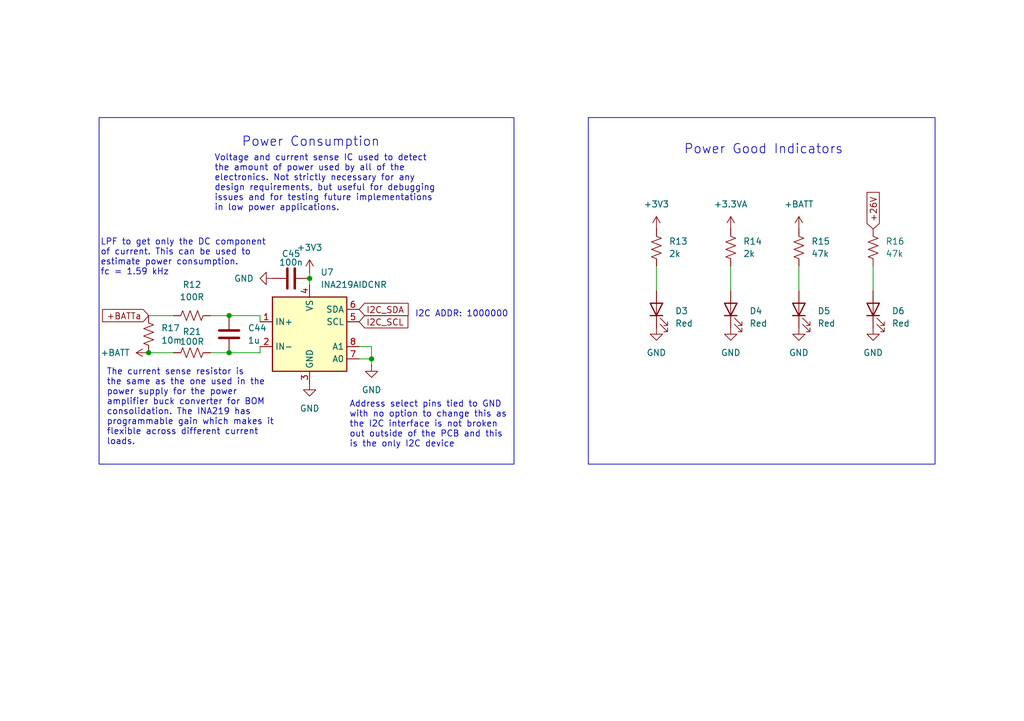
<source format=kicad_sch>
(kicad_sch (version 20231120) (generator "eeschema") (generator_version "8.0")
  (paper "A5")
  (title_block (title "EV") (date "2025-01-17") (rev "1.3") (company "Power Monitoring"))
  (lib_symbols
    (symbol "UAM_symbols:C" (pin_numbers hide) (pin_names (offset 0.254))
      (property "Reference" "C" (at 0.635 2.54 0))
      (property "Value" "C" (at 0.635 -2.54 0))
      (symbol "C_0_1"
        (polyline (pts (xy -2.032 -0.762) (xy 2.032 -0.762)) (stroke (width 0.508)))
        (polyline (pts (xy -2.032 0.762) (xy 2.032 0.762)) (stroke (width 0.508)))
      )
      (symbol "C_1_1"
        (pin passive line (at 0 3.81 270) (length 2.794) (name "~") (number "1"))
        (pin passive line (at 0 -3.81 90) (length 2.794) (name "~") (number "2"))
      )
    )
    (symbol "UAM_symbols:INA219AxDCN"
      (property "Reference" "U" (at -6.35 8.89 0))
      (property "Value" "INA219AxDCN" (at 6.35 8.89 0))
      (symbol "INA219AxDCN_0_1"
        (rectangle (start -7.62 7.62) (end 7.62 -7.62) (stroke (width 0.254)) (fill (type background)))
      )
      (symbol "INA219AxDCN_1_1"
        (pin input line (at -10.16 2.54 0) (length 2.54) (name "IN+") (number "1"))
        (pin input line (at -10.16 -2.54 0) (length 2.54) (name "IN-") (number "2"))
        (pin power_in line (at 0 -10.16 90) (length 2.54) (name "GND") (number "3"))
        (pin power_in line (at 0 10.16 270) (length 2.54) (name "VS") (number "4"))
        (pin input line (at 10.16 2.54 180) (length 2.54) (name "SCL") (number "5"))
        (pin bidirectional line (at 10.16 5.08 180) (length 2.54) (name "SDA") (number "6"))
        (pin input line (at 10.16 -5.08 180) (length 2.54) (name "A0") (number "7"))
        (pin input line (at 10.16 -2.54 180) (length 2.54) (name "A1") (number "8"))
      )
    )
    (symbol "UAM_symbols:LED" (pin_numbers hide) (pin_names (offset 1.016) hide)
      (property "Reference" "D" (at 0 2.54 0))
      (property "Value" "LED" (at 0 -2.54 0))
      (symbol "LED_0_1"
        (polyline (pts (xy -1.27 -1.27) (xy -1.27 1.27)) (stroke (width 0.254)))
        (polyline (pts (xy -1.27 0) (xy 1.27 0)))
        (polyline (pts (xy 1.27 -1.27) (xy 1.27 1.27) (xy -1.27 0) (xy 1.27 -1.27)) (stroke (width 0.254)))
        (polyline (pts (xy -3.048 -0.762) (xy -4.572 -2.286) (xy -3.81 -2.286) (xy -4.572 -2.286) (xy -4.572 -1.524)))
        (polyline (pts (xy -1.778 -0.762) (xy -3.302 -2.286) (xy -2.54 -2.286) (xy -3.302 -2.286) (xy -3.302 -1.524)))
      )
      (symbol "LED_1_1"
        (pin passive line (at -3.81 0 0) (length 2.54) (name "K") (number "1"))
        (pin passive line (at 3.81 0 180) (length 2.54) (name "A") (number "2"))
      )
    )
    (symbol "UAM_symbols:R_US" (pin_numbers hide) (pin_names (offset 0))
      (property "Reference" "R" (at 2.54 0 90))
      (property "Value" "R_US" (at -2.54 0 90))
      (symbol "R_US_0_1"
        (polyline (pts (xy 0 -2.286) (xy 0 -2.54)))
        (polyline (pts (xy 0 2.286) (xy 0 2.54)))
        (polyline (pts (xy 0 -0.762) (xy 1.016 -1.143) (xy 0 -1.524) (xy -1.016 -1.905) (xy 0 -2.286)))
        (polyline (pts (xy 0 0.762) (xy 1.016 0.381) (xy 0 0) (xy -1.016 -0.381) (xy 0 -0.762)))
        (polyline (pts (xy 0 2.286) (xy 1.016 1.905) (xy 0 1.524) (xy -1.016 1.143) (xy 0 0.762)))
      )
      (symbol "R_US_1_1"
        (pin passive line (at 0 3.81 270) (length 1.27) (name "~") (number "1"))
        (pin passive line (at 0 -3.81 90) (length 1.27) (name "~") (number "2"))
      )
    )
    (symbol "power:+3.3VA" (power) (pin_numbers hide) (pin_names (offset 0) hide)
      (property "Value" "+3.3VA" (at 0 3.556 0))
      (symbol "+3.3VA_0_1"
        (polyline (pts (xy -0.762 1.27) (xy 0 2.54)))
        (polyline (pts (xy 0 0) (xy 0 2.54)))
        (polyline (pts (xy 0 2.54) (xy 0.762 1.27)))
      )
      (symbol "+3.3VA_1_1"
        (pin power_in line (at 0 0 90) (length 0) (name "~") (number "1"))
      )
    )
    (symbol "power:+3V3" (power) (pin_numbers hide) (pin_names (offset 0) hide)
      (property "Value" "+3V3" (at 0 3.556 0))
      (symbol "+3V3_0_1"
        (polyline (pts (xy -0.762 1.27) (xy 0 2.54)))
        (polyline (pts (xy 0 0) (xy 0 2.54)))
        (polyline (pts (xy 0 2.54) (xy 0.762 1.27)))
      )
      (symbol "+3V3_1_1"
        (pin power_in line (at 0 0 90) (length 0) (name "~") (number "1"))
      )
    )
    (symbol "power:+BATT" (power) (pin_numbers hide) (pin_names (offset 0) hide)
      (property "Value" "+BATT" (at 0 3.556 0))
      (symbol "+BATT_0_1"
        (polyline (pts (xy -0.762 1.27) (xy 0 2.54)))
        (polyline (pts (xy 0 0) (xy 0 2.54)))
        (polyline (pts (xy 0 2.54) (xy 0.762 1.27)))
      )
      (symbol "+BATT_1_1"
        (pin power_in line (at 0 0 90) (length 0) (name "~") (number "1"))
      )
    )
    (symbol "power:GND" (power) (pin_numbers hide) (pin_names (offset 0) hide)
      (property "Value" "GND" (at 0 -3.81 0))
      (symbol "GND_0_1"
        (polyline (pts (xy 0 0) (xy 0 -1.27) (xy 1.27 -1.27) (xy 0 -2.54) (xy -1.27 -1.27) (xy 0 -1.27)))
      )
      (symbol "GND_1_1"
        (pin power_in line (at 0 0 270) (length 0) (name "~") (number "1"))
      )
    )
  )
  (junction (at 30.48 72.39))
  (junction (at 46.99 72.39))
  (junction (at 63.5 57.15))
  (junction (at 46.99 64.77))
  (junction (at 76.2 73.66))
  (wire (pts (xy 76.2 73.66) (xy 76.2 74.93)))
  (wire (pts (xy 30.48 64.77) (xy 35.56 64.77)))
  (wire (pts (xy 46.99 72.39) (xy 53.34 72.39)))
  (wire (pts (xy 73.66 71.12) (xy 76.2 71.12)))
  (wire (pts (xy 46.99 64.77) (xy 53.34 64.77)))
  (wire (pts (xy 163.83 54.61) (xy 163.83 59.69)))
  (wire (pts (xy 53.34 66.04) (xy 53.34 64.77)))
  (wire (pts (xy 53.34 72.39) (xy 53.34 71.12)))
  (wire (pts (xy 73.66 73.66) (xy 76.2 73.66)))
  (wire (pts (xy 179.07 54.61) (xy 179.07 59.69)))
  (wire (pts (xy 134.62 54.61) (xy 134.62 59.69)))
  (wire (pts (xy 63.5 57.15) (xy 63.5 58.42)))
  (wire (pts (xy 149.86 54.61) (xy 149.86 59.69)))
  (wire (pts (xy 63.5 55.88) (xy 63.5 57.15)))
  (wire (pts (xy 76.2 71.12) (xy 76.2 73.66)))
  (wire (pts (xy 30.48 72.39) (xy 35.56 72.39)))
  (wire (pts (xy 43.18 72.39) (xy 46.99 72.39)))
  (wire (pts (xy 43.18 64.77) (xy 46.99 64.77)))
  (rectangle (start 120.65 24.13) (end 191.77 95.25))
  (rectangle (start 20.32 24.13) (end 105.41 95.25))
  (text "Power Consumption" (at 49.53 29.21 0) (effects (font (size 1.905 1.905)) (justify left)))
  (text "I2C ADDR: 1000000" (at 85.09 64.516 0) (effects (font (size 1.27 1.27)) (justify left)))
  (text "Address select pins tied to GND\nwith no option to change this as\nthe I2C interface is not broken\nout outside of the PCB and this\nis the only I2C device" (at 71.628 87.122 0) (effects (font (size 1.27 1.27)) (justify left)))
  (text "Voltage and current sense IC used to detect\nthe amount of power used by all of the\nelectronics. Not strictly necessary for any\ndesign requirements, but useful for debugging\nissues and for testing future implementations\nin low power applications." (at 43.942 37.592 0) (effects (font (size 1.27 1.27)) (justify left)))
  (text "LPF to get only the DC component \nof current. This can be used to \nestimate power consumption.\nfc = 1.59 kHz" (at 20.574 52.832 0) (effects (font (size 1.27 1.27)) (justify left)))
  (text "The current sense resistor is \nthe same as the one used in the \npower supply for the power \namplifier buck converter for BOM \nconsolidation. The INA219 has\nprogrammable gain which makes it\nflexible across different current\nloads." (at 21.844 83.566 0) (effects (font (size 1.27 1.27)) (justify left)))
  (text "Power Good Indicators" (at 140.208 30.734 0) (effects (font (size 1.905 1.905)) (justify left)))
  (global_label "I2C_SCL" (shape input) (at 73.66 66.04 0) (property "Intersheetrefs" "${INTERSHEET_REFS}" (effects (hide yes))))
  (global_label "+26V" (shape input) (at 179.07 46.99 90) (property "Intersheetrefs" "${INTERSHEET_REFS}" (effects (hide yes))))
  (global_label "I2C_SDA" (shape input) (at 73.66 63.5 0) (property "Intersheetrefs" "${INTERSHEET_REFS}" (effects (hide yes))))
  (global_label "+BATTa" (shape input) (at 30.48 64.77 180) (property "Intersheetrefs" "${INTERSHEET_REFS}" (effects (hide yes))))
  (symbol (lib_id "UAM_symbols:R_US") (at 30.48 68.58 0) (unit 1)
    (property "Reference" "R17" (at 33.02 67.3099 0) (effects (justify left)))
    (property "Value" "10m" (at 33.02 69.8499 0) (effects (justify left)))
    (property "Footprint" "Resistor_SMD:R_0805_2012Metric_Pad1.20x1.40mm_HandSolder" (effects (hide yes)))
    (property "Description" "Resistor, US symbol" (effects (hide yes)))
  )
  (symbol (lib_id "power:+3V3") (at 134.62 46.99 0) (unit 1)
    (property "Reference" "#PWR049" (effects (hide yes)))
    (property "Value" "+3V3" (at 134.62 41.91 0))
    (property "Description" "Power symbol creates a global label with name \"+3V3\"" (effects (hide yes)))
  )
  (symbol (lib_id "power:GND") (at 163.83 67.31 0) (unit 1)
    (property "Reference" "#PWR056" (effects (hide yes)))
    (property "Value" "GND" (at 163.83 72.39 0))
    (property "Description" "Power symbol creates a global label with name \"GND\" , ground" (effects (hide yes)))
  )
  (symbol (lib_id "UAM_symbols:R_US") (at 39.37 64.77 90) (unit 1)
    (property "Reference" "R12" (at 39.37 58.42 90))
    (property "Value" "100R" (at 39.37 60.96 90))
    (property "Footprint" "Resistor_SMD:R_0603_1608Metric_Pad0.98x0.95mm_HandSolder" (effects (hide yes)))
    (property "Description" "Resistor, US symbol" (effects (hide yes)))
  )
  (symbol (lib_id "UAM_symbols:R_US") (at 134.62 50.8 180) (unit 1)
    (property "Reference" "R13" (at 137.16 49.5299 0) (effects (justify right)))
    (property "Value" "2k" (at 137.16 52.0699 0) (effects (justify right)))
    (property "Footprint" "Resistor_SMD:R_0603_1608Metric_Pad0.98x0.95mm_HandSolder" (effects (hide yes)))
    (property "Description" "Resistor, US symbol" (effects (hide yes)))
  )
  (symbol (lib_id "power:+BATT") (at 163.83 46.99 0) (unit 1)
    (property "Reference" "#PWR055" (effects (hide yes)))
    (property "Value" "+BATT" (at 163.83 41.91 0))
    (property "Description" "Power symbol creates a global label with name \"+BATT\"" (effects (hide yes)))
  )
  (symbol (lib_id "power:GND") (at 134.62 67.31 0) (unit 1)
    (property "Reference" "#PWR050" (effects (hide yes)))
    (property "Value" "GND" (at 134.62 72.39 0))
    (property "Description" "Power symbol creates a global label with name \"GND\" , ground" (effects (hide yes)))
  )
  (symbol (lib_id "power:GND") (at 149.86 67.31 0) (unit 1)
    (property "Reference" "#PWR054" (effects (hide yes)))
    (property "Value" "GND" (at 149.86 72.39 0))
    (property "Description" "Power symbol creates a global label with name \"GND\" , ground" (effects (hide yes)))
  )
  (symbol (lib_id "power:+3.3VA") (at 149.86 46.99 0) (unit 1)
    (property "Reference" "#PWR053" (effects (hide yes)))
    (property "Value" "+3.3VA" (at 149.86 41.91 0))
    (property "Description" "Power symbol creates a global label with name \"+3.3VA\"" (effects (hide yes)))
  )
  (symbol (lib_id "UAM_symbols:INA219AxDCN") (at 63.5 68.58 0) (unit 1)
    (property "Reference" "U7" (at 65.6941 55.88 0) (effects (justify left)))
    (property "Value" "INA219AIDCNR" (at 65.6941 58.42 0) (effects (justify left)))
    (property "Footprint" "Package_TO_SOT_SMD:SOT-23-8" (effects (hide yes)))
    (property "Datasheet" "http://www.ti.com/lit/ds/symlink/ina219.pdf" (effects (hide yes)))
    (property "Description" "Zero-Drift, Bidirectional Current/Power Monitor (0-26V) With I2C Interface, SOT-23-8" (effects (hide yes)))
  )
  (symbol (lib_id "UAM_symbols:R_US") (at 179.07 50.8 180) (unit 1)
    (property "Reference" "R16" (at 181.61 49.5299 0) (effects (justify right)))
    (property "Value" "47k" (at 181.61 52.0699 0) (effects (justify right)))
    (property "Footprint" "Resistor_SMD:R_0603_1608Metric_Pad0.98x0.95mm_HandSolder" (effects (hide yes)))
    (property "Description" "Resistor, US symbol" (effects (hide yes)))
  )
  (symbol (lib_id "power:GND") (at 55.88 57.15 270) (unit 1)
    (property "Reference" "#PWR071" (effects (hide yes)))
    (property "Value" "GND" (at 52.07 57.1499 90) (effects (justify right)))
    (property "Description" "Power symbol creates a global label with name \"GND\" , ground" (effects (hide yes)))
  )
  (symbol (lib_id "UAM_symbols:R_US") (at 149.86 50.8 180) (unit 1)
    (property "Reference" "R14" (at 152.4 49.5299 0) (effects (justify right)))
    (property "Value" "2k" (at 152.4 52.0699 0) (effects (justify right)))
    (property "Footprint" "Resistor_SMD:R_0603_1608Metric_Pad0.98x0.95mm_HandSolder" (effects (hide yes)))
    (property "Description" "Resistor, US symbol" (effects (hide yes)))
  )
  (symbol (lib_id "power:+3V3") (at 63.5 55.88 0) (unit 1)
    (property "Reference" "#PWR061" (effects (hide yes)))
    (property "Value" "+3V3" (at 63.5 50.8 0))
    (property "Description" "Power symbol creates a global label with name \"+3V3\"" (effects (hide yes)))
  )
  (symbol (lib_id "UAM_symbols:LED") (at 134.62 63.5 90) (unit 1)
    (property "Reference" "D3" (at 138.43 63.8174 90) (effects (justify right)))
    (property "Value" "Red" (at 138.43 66.3574 90) (effects (justify right)))
    (property "Footprint" "LED_SMD:LED_0603_1608Metric_Pad1.05x0.95mm_HandSolder" (effects (hide yes)))
    (property "Description" "Light emitting diode" (effects (hide yes)))
  )
  (symbol (lib_id "power:GND") (at 63.5 78.74 0) (unit 1)
    (property "Reference" "#PWR060" (effects (hide yes)))
    (property "Value" "GND" (at 63.5 83.82 0))
    (property "Description" "Power symbol creates a global label with name \"GND\" , ground" (effects (hide yes)))
  )
  (symbol (lib_id "UAM_symbols:C") (at 59.69 57.15 90) (unit 1)
    (property "Reference" "C45" (at 59.69 52.07 90))
    (property "Value" "100n" (at 59.69 53.848 90))
    (property "Footprint" "Capacitor_SMD:C_0603_1608Metric_Pad1.08x0.95mm_HandSolder" (effects (hide yes)))
    (property "Description" "Unpolarized capacitor" (effects (hide yes)))
  )
  (symbol (lib_id "UAM_symbols:LED") (at 149.86 63.5 90) (unit 1)
    (property "Reference" "D4" (at 153.67 63.8174 90) (effects (justify right)))
    (property "Value" "Red" (at 153.67 66.3574 90) (effects (justify right)))
    (property "Footprint" "LED_SMD:LED_0603_1608Metric_Pad1.05x0.95mm_HandSolder" (effects (hide yes)))
    (property "Description" "Light emitting diode" (effects (hide yes)))
  )
  (symbol (lib_id "UAM_symbols:R_US") (at 39.37 72.39 90) (unit 1)
    (property "Reference" "R21" (at 39.37 68.072 90))
    (property "Value" "100R" (at 39.37 70.104 90))
    (property "Footprint" "Resistor_SMD:R_0603_1608Metric_Pad0.98x0.95mm_HandSolder" (effects (hide yes)))
    (property "Description" "Resistor, US symbol" (effects (hide yes)))
  )
  (symbol (lib_id "UAM_symbols:C") (at 46.99 68.58 0) (unit 1)
    (property "Reference" "C44" (at 50.8 67.3099 0) (effects (justify left)))
    (property "Value" "1u" (at 50.8 69.8499 0) (effects (justify left)))
    (property "Footprint" "Capacitor_SMD:C_0603_1608Metric_Pad1.08x0.95mm_HandSolder" (effects (hide yes)))
    (property "Description" "Unpolarized capacitor" (effects (hide yes)))
  )
  (symbol (lib_id "UAM_symbols:R_US") (at 163.83 50.8 0) (unit 1)
    (property "Reference" "R15" (at 166.37 49.5299 0) (effects (justify left)))
    (property "Value" "47k" (at 166.37 52.0699 0) (effects (justify left)))
    (property "Footprint" "Resistor_SMD:R_0603_1608Metric_Pad0.98x0.95mm_HandSolder" (effects (hide yes)))
    (property "Description" "Resistor, US symbol" (effects (hide yes)))
  )
  (symbol (lib_id "power:GND") (at 76.2 74.93 0) (unit 1)
    (property "Reference" "#PWR059" (effects (hide yes)))
    (property "Value" "GND" (at 76.2 80.01 0))
    (property "Description" "Power symbol creates a global label with name \"GND\" , ground" (effects (hide yes)))
  )
  (symbol (lib_id "power:GND") (at 179.07 67.31 0) (unit 1)
    (property "Reference" "#PWR057" (effects (hide yes)))
    (property "Value" "GND" (at 179.07 72.39 0))
    (property "Description" "Power symbol creates a global label with name \"GND\" , ground" (effects (hide yes)))
  )
  (symbol (lib_id "power:+BATT") (at 30.48 72.39 90) (unit 1)
    (property "Reference" "#PWR052" (effects (hide yes)))
    (property "Value" "+BATT" (at 26.67 72.3899 90) (effects (justify left)))
    (property "Description" "Power symbol creates a global label with name \"+BATT\"" (effects (hide yes)))
  )
  (symbol (lib_id "UAM_symbols:LED") (at 179.07 63.5 90) (unit 1)
    (property "Reference" "D6" (at 182.88 63.8174 90) (effects (justify right)))
    (property "Value" "Red" (at 182.88 66.3574 90) (effects (justify right)))
    (property "Footprint" "LED_SMD:LED_0603_1608Metric_Pad1.05x0.95mm_HandSolder" (effects (hide yes)))
    (property "Description" "Light emitting diode" (effects (hide yes)))
  )
  (symbol (lib_id "UAM_symbols:LED") (at 163.83 63.5 90) (unit 1)
    (property "Reference" "D5" (at 167.64 63.8174 90) (effects (justify right)))
    (property "Value" "Red" (at 167.64 66.3574 90) (effects (justify right)))
    (property "Footprint" "LED_SMD:LED_0603_1608Metric_Pad1.05x0.95mm_HandSolder" (effects (hide yes)))
    (property "Description" "Light emitting diode" (effects (hide yes)))
  )
)
</source>
